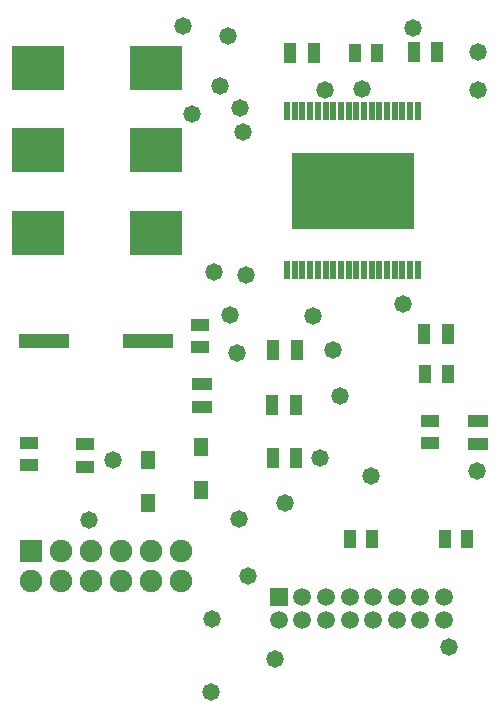
<source format=gbr>
%FSTAX23Y23*%
%MOIN*%
%SFA1B1*%

%IPPOS*%
%ADD28R,0.173228X0.149606*%
%ADD29R,0.041464X0.067055*%
%ADD30R,0.043433X0.059181*%
%ADD31R,0.405511X0.251968*%
%ADD32R,0.021260X0.062992*%
%ADD33R,0.067055X0.041464*%
%ADD34R,0.047244X0.059055*%
%ADD35R,0.059181X0.043433*%
%ADD36R,0.169291X0.047244*%
%ADD37C,0.059181*%
%ADD38R,0.059181X0.059181*%
%ADD39R,0.074929X0.074929*%
%ADD40C,0.074929*%
%ADD41C,0.058000*%
%LNpcb1_soldermask_top-1*%
%LPD*%
G54D28*
X00468Y02082D03*
X00861D03*
Y01807D03*
X00468D03*
X00861Y02357D03*
X00468D03*
G54D29*
X01389Y02405D03*
X0131D03*
X018Y02408D03*
X01721D03*
X01756Y0147D03*
X01835D03*
X0133Y01055D03*
X01251D03*
X01331Y01415D03*
X01252D03*
X01327Y01234D03*
X01248D03*
G54D30*
X016Y02407D03*
X01525D03*
X01835Y01335D03*
X0176D03*
X01507Y00785D03*
X01582D03*
X01825D03*
X019D03*
G54D31*
X01517Y01947D03*
G54D32*
X01299Y02212D03*
X01325D03*
X0135D03*
X01376D03*
X01401D03*
X01427D03*
X01453D03*
X01478D03*
X01504D03*
X01529D03*
X01555D03*
X01581D03*
X01606D03*
X01632D03*
X01657D03*
X01683D03*
X01709D03*
X01734D03*
X01299Y01681D03*
X01325D03*
X0135D03*
X01376D03*
X01401D03*
X01427D03*
X01453D03*
X01478D03*
X01504D03*
X01529D03*
X01555D03*
X01581D03*
X01606D03*
X01632D03*
X01657D03*
X01683D03*
X01709D03*
X01734D03*
G54D33*
X01934Y01101D03*
Y0118D03*
X01015Y01303D03*
Y01225D03*
G54D34*
X00835Y01048D03*
Y00905D03*
X01011Y01093D03*
Y00949D03*
G54D35*
X0044Y01032D03*
Y01107D03*
X01775Y0118D03*
Y01105D03*
X0101Y01425D03*
Y01499D03*
X00625Y01027D03*
Y01102D03*
G54D36*
X00834Y01445D03*
X00487D03*
G54D37*
X01822Y00515D03*
X01743D03*
X01665D03*
X01586D03*
X01507D03*
X01428D03*
X0135D03*
X01271D03*
X01822Y00593D03*
X01743D03*
X01665D03*
X01586D03*
X01507D03*
X01428D03*
X0135D03*
G54D38*
X01271Y00593D03*
G54D39*
X00445Y00745D03*
G54D40*
X00545Y00745D03*
X00645D03*
X00745D03*
X00845D03*
X00945D03*
X00445Y00645D03*
X00545D03*
X00645D03*
X00745D03*
X00845D03*
X00945D03*
G54D41*
X01384Y01528D03*
X01452Y01417D03*
X01292Y00907D03*
X01045Y00275D03*
X01048Y0052D03*
X01138Y00852D03*
X01168Y00662D03*
X01934Y02284D03*
X01426Y02284D03*
X01935Y02409D03*
X01548Y02285D03*
X01152Y02141D03*
X01131Y01406D03*
X00639Y0085D03*
X01102Y02464D03*
X01141Y02223D03*
X00982Y02204D03*
X01076Y02297D03*
X01719Y02488D03*
X01476Y01261D03*
X01109Y01533D03*
X01932Y01014D03*
X01685Y0157D03*
X0072Y01048D03*
X01055Y01677D03*
X01161Y01665D03*
X00952Y02496D03*
X01838Y00425D03*
X01259Y00385D03*
X01578Y00996D03*
X01407Y01057D03*
M02*
</source>
